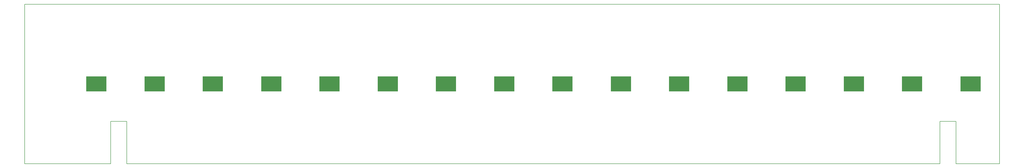
<source format=gko>
G04*
G04 #@! TF.GenerationSoftware,Altium Limited,Altium Designer,19.0.12 (326)*
G04*
G04 Layer_Color=16711935*
%FSLAX25Y25*%
%MOIN*%
G70*
G01*
G75*
%ADD10C,0.00591*%
%ADD70R,0.31496X0.23622*%
D10*
X39370Y51870D02*
Y300492D01*
X1554528D01*
Y51870D02*
Y300492D01*
X1462008Y51870D02*
Y118110D01*
X1487008D01*
Y51870D02*
Y118110D01*
Y51870D02*
X1554528D01*
X198228D02*
X1462008D01*
X198228D02*
Y118110D01*
X173228D02*
X198228D01*
X173228Y51870D02*
Y118110D01*
X39370Y51870D02*
X173228D01*
D70*
X1509350Y176181D02*
D03*
X1328248D02*
D03*
X1147146D02*
D03*
X966043D02*
D03*
X784941D02*
D03*
X603839D02*
D03*
X422736D02*
D03*
X241634Y176181D02*
D03*
X1418602Y176181D02*
D03*
X1237500D02*
D03*
X1056398D02*
D03*
X875295D02*
D03*
X694193D02*
D03*
X513091D02*
D03*
X331988D02*
D03*
X150886D02*
D03*
M02*

</source>
